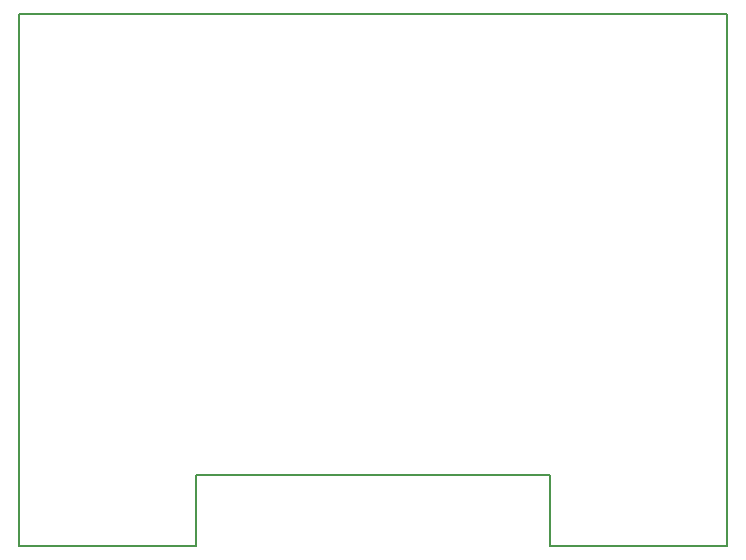
<source format=gm1>
G04 #@! TF.FileFunction,Profile,NP*
%FSLAX46Y46*%
G04 Gerber Fmt 4.6, Leading zero omitted, Abs format (unit mm)*
G04 Created by KiCad (PCBNEW 4.0.6) date Thu Jun 20 17:07:18 2019*
%MOMM*%
%LPD*%
G01*
G04 APERTURE LIST*
%ADD10C,0.100000*%
%ADD11C,0.150000*%
G04 APERTURE END LIST*
D10*
D11*
X115000000Y-100000000D02*
X100000000Y-100000000D01*
X160000000Y-100000000D02*
X145000000Y-100000000D01*
X145000000Y-94000000D02*
X145000000Y-100000000D01*
X115000000Y-94000000D02*
X145000000Y-94000000D01*
X115000000Y-100000000D02*
X115000000Y-94000000D01*
X100000000Y-55000000D02*
X160000000Y-55000000D01*
X100000000Y-100000000D02*
X100000000Y-55000000D01*
X160000000Y-100000000D02*
X160000000Y-55000000D01*
M02*

</source>
